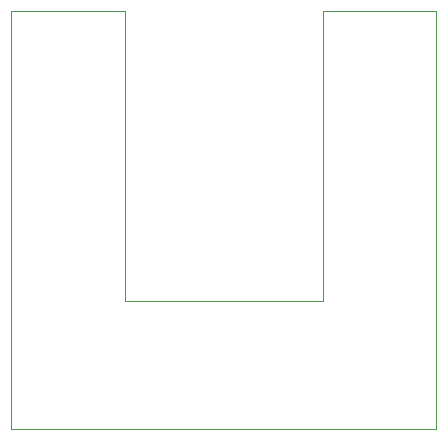
<source format=gbr>
%TF.GenerationSoftware,KiCad,Pcbnew,(6.0.2-0)*%
%TF.CreationDate,2022-05-31T21:56:42-04:00*%
%TF.ProjectId,hitclips_2040_programmer,68697463-6c69-4707-935f-323034305f70,rev?*%
%TF.SameCoordinates,Original*%
%TF.FileFunction,Profile,NP*%
%FSLAX46Y46*%
G04 Gerber Fmt 4.6, Leading zero omitted, Abs format (unit mm)*
G04 Created by KiCad (PCBNEW (6.0.2-0)) date 2022-05-31 21:56:42*
%MOMM*%
%LPD*%
G01*
G04 APERTURE LIST*
%TA.AperFunction,Profile*%
%ADD10C,0.100000*%
%TD*%
G04 APERTURE END LIST*
D10*
X174498000Y-61010800D02*
X174498000Y-96367600D01*
X174498000Y-96367600D02*
X138531600Y-96367600D01*
X164896800Y-85496400D02*
X148132800Y-85496400D01*
X138531600Y-96367600D02*
X138531600Y-61010800D01*
X164896800Y-61010800D02*
X174498000Y-61010800D01*
X148132800Y-85496400D02*
X148132800Y-61010800D01*
X148132800Y-61010800D02*
X138531600Y-61010800D01*
X164896800Y-61010800D02*
X164896800Y-85496400D01*
M02*

</source>
